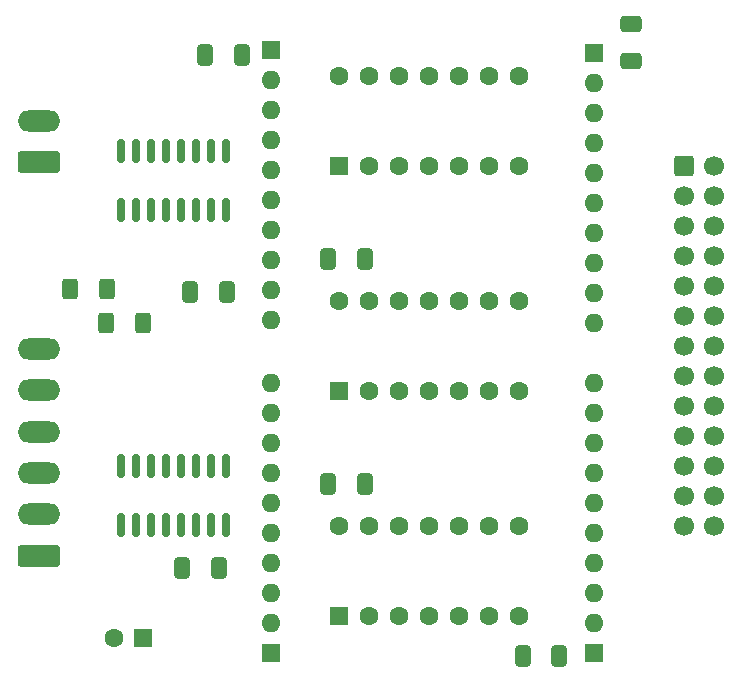
<source format=gbs>
%TF.GenerationSoftware,KiCad,Pcbnew,7.0.11+dfsg-1build4*%
%TF.CreationDate,2025-09-12T14:57:26+02:00*%
%TF.ProjectId,upp10a3v1.1,75707031-3061-4337-9631-2e312e6b6963,rev?*%
%TF.SameCoordinates,Original*%
%TF.FileFunction,Soldermask,Bot*%
%TF.FilePolarity,Negative*%
%FSLAX46Y46*%
G04 Gerber Fmt 4.6, Leading zero omitted, Abs format (unit mm)*
G04 Created by KiCad (PCBNEW 7.0.11+dfsg-1build4) date 2025-09-12 14:57:26*
%MOMM*%
%LPD*%
G01*
G04 APERTURE LIST*
G04 Aperture macros list*
%AMRoundRect*
0 Rectangle with rounded corners*
0 $1 Rounding radius*
0 $2 $3 $4 $5 $6 $7 $8 $9 X,Y pos of 4 corners*
0 Add a 4 corners polygon primitive as box body*
4,1,4,$2,$3,$4,$5,$6,$7,$8,$9,$2,$3,0*
0 Add four circle primitives for the rounded corners*
1,1,$1+$1,$2,$3*
1,1,$1+$1,$4,$5*
1,1,$1+$1,$6,$7*
1,1,$1+$1,$8,$9*
0 Add four rect primitives between the rounded corners*
20,1,$1+$1,$2,$3,$4,$5,0*
20,1,$1+$1,$4,$5,$6,$7,0*
20,1,$1+$1,$6,$7,$8,$9,0*
20,1,$1+$1,$8,$9,$2,$3,0*%
G04 Aperture macros list end*
%ADD10RoundRect,0.250000X0.412500X0.650000X-0.412500X0.650000X-0.412500X-0.650000X0.412500X-0.650000X0*%
%ADD11RoundRect,0.250000X0.650000X-0.412500X0.650000X0.412500X-0.650000X0.412500X-0.650000X-0.412500X0*%
%ADD12RoundRect,0.250000X-0.412500X-0.650000X0.412500X-0.650000X0.412500X0.650000X-0.412500X0.650000X0*%
%ADD13R,1.600000X1.600000*%
%ADD14O,1.600000X1.600000*%
%ADD15RoundRect,0.250000X-0.600000X-0.600000X0.600000X-0.600000X0.600000X0.600000X-0.600000X0.600000X0*%
%ADD16C,1.700000*%
%ADD17RoundRect,0.250000X1.550000X-0.650000X1.550000X0.650000X-1.550000X0.650000X-1.550000X-0.650000X0*%
%ADD18O,3.600000X1.800000*%
%ADD19C,1.600000*%
%ADD20RoundRect,0.150000X0.150000X-0.850000X0.150000X0.850000X-0.150000X0.850000X-0.150000X-0.850000X0*%
%ADD21RoundRect,0.250000X-0.400000X-0.625000X0.400000X-0.625000X0.400000X0.625000X-0.400000X0.625000X0*%
G04 APERTURE END LIST*
D10*
%TO.C,C8*%
X99949000Y-131699000D03*
X96824000Y-131699000D03*
%TD*%
D11*
%TO.C,C7*%
X106045000Y-81280000D03*
X106045000Y-78155000D03*
%TD*%
D12*
%TO.C,C6*%
X80352500Y-117094000D03*
X83477500Y-117094000D03*
%TD*%
%TO.C,C5*%
X80352500Y-98044000D03*
X83477500Y-98044000D03*
%TD*%
D10*
%TO.C,C4*%
X73063500Y-80772000D03*
X69938500Y-80772000D03*
%TD*%
%TO.C,C3*%
X71158500Y-124206000D03*
X68033500Y-124206000D03*
%TD*%
%TO.C,C2*%
X71793500Y-100838000D03*
X68668500Y-100838000D03*
%TD*%
D13*
%TO.C,RN1*%
X75565000Y-131445000D03*
D14*
X75565000Y-128905000D03*
X75565000Y-126365000D03*
X75565000Y-123825000D03*
X75565000Y-121285000D03*
X75565000Y-118745000D03*
X75565000Y-116205000D03*
X75565000Y-113665000D03*
X75565000Y-111125000D03*
X75565000Y-108585000D03*
%TD*%
D15*
%TO.C,J3*%
X110490000Y-90170000D03*
D16*
X113030000Y-90170000D03*
X110490000Y-92710000D03*
X113030000Y-92710000D03*
X110490000Y-95250000D03*
X113030000Y-95250000D03*
X110490000Y-97790000D03*
X113030000Y-97790000D03*
X110490000Y-100330000D03*
X113030000Y-100330000D03*
X110490000Y-102870000D03*
X113030000Y-102870000D03*
X110490000Y-105410000D03*
X113030000Y-105410000D03*
X110490000Y-107950000D03*
X113030000Y-107950000D03*
X110490000Y-110490000D03*
X113030000Y-110490000D03*
X110490000Y-113030000D03*
X113030000Y-113030000D03*
X110490000Y-115570000D03*
X113030000Y-115570000D03*
X110490000Y-118110000D03*
X113030000Y-118110000D03*
X110490000Y-120650000D03*
X113030000Y-120650000D03*
%TD*%
D13*
%TO.C,RN2*%
X102870000Y-80645000D03*
D14*
X102870000Y-83185000D03*
X102870000Y-85725000D03*
X102870000Y-88265000D03*
X102870000Y-90805000D03*
X102870000Y-93345000D03*
X102870000Y-95885000D03*
X102870000Y-98425000D03*
X102870000Y-100965000D03*
X102870000Y-103505000D03*
%TD*%
D17*
%TO.C,J2*%
X55880000Y-89860000D03*
D18*
X55880000Y-86360000D03*
%TD*%
D13*
%TO.C,C1*%
X64730000Y-130175000D03*
D19*
X62230000Y-130175000D03*
%TD*%
D13*
%TO.C,RN5*%
X75565000Y-80391000D03*
D14*
X75565000Y-82931000D03*
X75565000Y-85471000D03*
X75565000Y-88011000D03*
X75565000Y-90551000D03*
X75565000Y-93091000D03*
X75565000Y-95631000D03*
X75565000Y-98171000D03*
X75565000Y-100711000D03*
X75565000Y-103251000D03*
%TD*%
D13*
%TO.C,U5*%
X81280000Y-90170000D03*
D19*
X83820000Y-90170000D03*
X86360000Y-90170000D03*
X88900000Y-90170000D03*
X91440000Y-90170000D03*
X93980000Y-90170000D03*
X96520000Y-90170000D03*
X96520000Y-82550000D03*
X93980000Y-82550000D03*
X91440000Y-82550000D03*
X88900000Y-82550000D03*
X86360000Y-82550000D03*
X83820000Y-82550000D03*
X81280000Y-82550000D03*
%TD*%
D17*
%TO.C,J1*%
X55880000Y-123190000D03*
D18*
X55880000Y-119690000D03*
X55880000Y-116190000D03*
X55880000Y-112690000D03*
X55880000Y-109190000D03*
X55880000Y-105690000D03*
%TD*%
D13*
%TO.C,RN3*%
X102870000Y-131445000D03*
D14*
X102870000Y-128905000D03*
X102870000Y-126365000D03*
X102870000Y-123825000D03*
X102870000Y-121285000D03*
X102870000Y-118745000D03*
X102870000Y-116205000D03*
X102870000Y-113665000D03*
X102870000Y-111125000D03*
X102870000Y-108585000D03*
%TD*%
D13*
%TO.C,U4*%
X81280000Y-128270000D03*
D19*
X83820000Y-128270000D03*
X86360000Y-128270000D03*
X88900000Y-128270000D03*
X91440000Y-128270000D03*
X93980000Y-128270000D03*
X96520000Y-128270000D03*
X96520000Y-120650000D03*
X93980000Y-120650000D03*
X91440000Y-120650000D03*
X88900000Y-120650000D03*
X86360000Y-120650000D03*
X83820000Y-120650000D03*
X81280000Y-120650000D03*
%TD*%
D13*
%TO.C,U3*%
X81280000Y-109225000D03*
D19*
X83820000Y-109225000D03*
X86360000Y-109225000D03*
X88900000Y-109225000D03*
X91440000Y-109225000D03*
X93980000Y-109225000D03*
X96520000Y-109225000D03*
X96520000Y-101605000D03*
X93980000Y-101605000D03*
X91440000Y-101605000D03*
X88900000Y-101605000D03*
X86360000Y-101605000D03*
X83820000Y-101605000D03*
X81280000Y-101605000D03*
%TD*%
D20*
%TO.C,U2*%
X71755000Y-88940000D03*
X70485000Y-88940000D03*
X69215000Y-88940000D03*
X67945000Y-88940000D03*
X66675000Y-88940000D03*
X65405000Y-88940000D03*
X64135000Y-88940000D03*
X62865000Y-88940000D03*
X62865000Y-93940000D03*
X64135000Y-93940000D03*
X65405000Y-93940000D03*
X66675000Y-93940000D03*
X67945000Y-93940000D03*
X69215000Y-93940000D03*
X70485000Y-93940000D03*
X71755000Y-93940000D03*
%TD*%
D21*
%TO.C,R2*%
X64669000Y-103505000D03*
X61569000Y-103505000D03*
%TD*%
%TO.C,R1*%
X58521000Y-100584000D03*
X61621000Y-100584000D03*
%TD*%
D20*
%TO.C,U1*%
X71755000Y-120610000D03*
X70485000Y-120610000D03*
X69215000Y-120610000D03*
X67945000Y-120610000D03*
X66675000Y-120610000D03*
X65405000Y-120610000D03*
X64135000Y-120610000D03*
X62865000Y-120610000D03*
X62865000Y-115610000D03*
X64135000Y-115610000D03*
X65405000Y-115610000D03*
X66675000Y-115610000D03*
X67945000Y-115610000D03*
X69215000Y-115610000D03*
X70485000Y-115610000D03*
X71755000Y-115610000D03*
%TD*%
M02*

</source>
